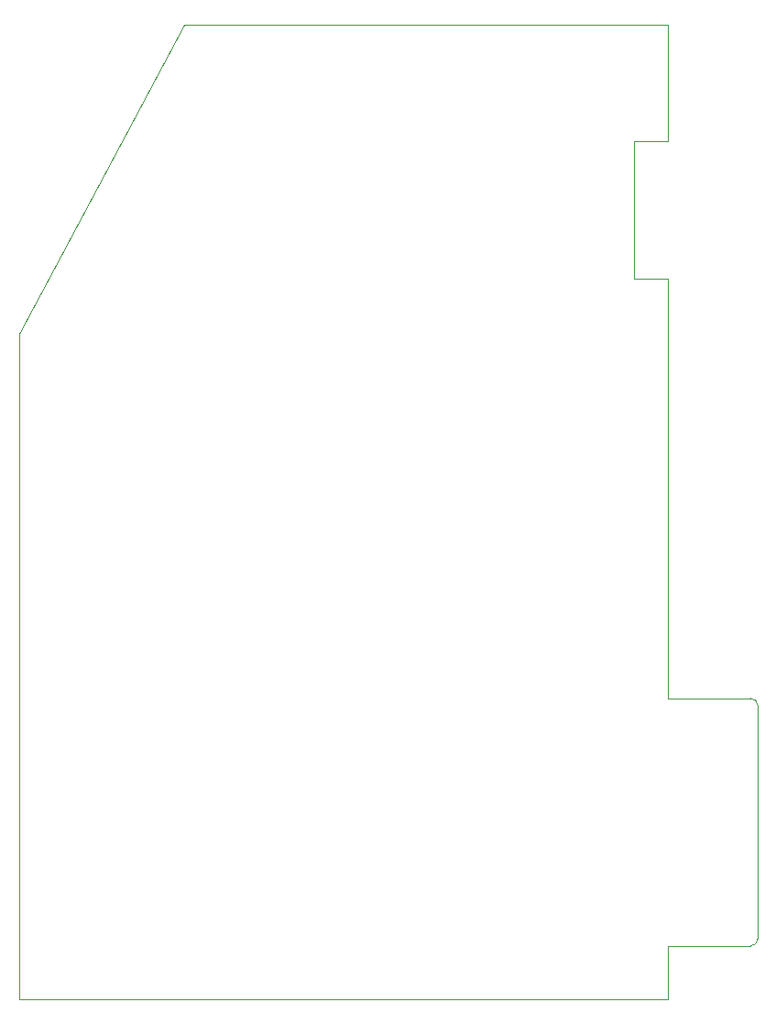
<source format=gbr>
%TF.GenerationSoftware,KiCad,Pcbnew,9.0.4-9.0.4-0~ubuntu22.04.1*%
%TF.CreationDate,2025-10-10T14:21:56+02:00*%
%TF.ProjectId,ModuleController,4d6f6475-6c65-4436-9f6e-74726f6c6c65,rev?*%
%TF.SameCoordinates,Original*%
%TF.FileFunction,Profile,NP*%
%FSLAX46Y46*%
G04 Gerber Fmt 4.6, Leading zero omitted, Abs format (unit mm)*
G04 Created by KiCad (PCBNEW 9.0.4-9.0.4-0~ubuntu22.04.1) date 2025-10-10 14:21:56*
%MOMM*%
%LPD*%
G01*
G04 APERTURE LIST*
%TA.AperFunction,Profile*%
%ADD10C,0.100000*%
%TD*%
%TA.AperFunction,Profile*%
%ADD11C,0.050000*%
%TD*%
G04 APERTURE END LIST*
D10*
X86360000Y-126830000D02*
X146360000Y-126830000D01*
X143190000Y-47625000D02*
X146365000Y-47625000D01*
X146360000Y-126830000D02*
X146365000Y-121920000D01*
X146360000Y-36830000D02*
X146365000Y-47625000D01*
X146365000Y-99060000D02*
X146360000Y-60325000D01*
X101600000Y-36830000D02*
X146360000Y-36830000D01*
X86360000Y-126830000D02*
X86360000Y-65405000D01*
X86360000Y-65405000D02*
X101600000Y-36830000D01*
X143190000Y-60325000D02*
X143190000Y-47625000D01*
X146360000Y-60325000D02*
X143190000Y-60325000D01*
D11*
%TO.C,J6*%
X146365000Y-121920000D02*
X153985000Y-121920000D01*
X153985000Y-99060000D02*
X146365000Y-99060000D01*
X154620000Y-121285000D02*
X154620000Y-99695000D01*
X153985000Y-99060000D02*
G75*
G02*
X154620000Y-99695000I0J-635000D01*
G01*
X154620000Y-121285000D02*
G75*
G02*
X153985000Y-121920000I-634999J-1D01*
G01*
%TD*%
M02*

</source>
